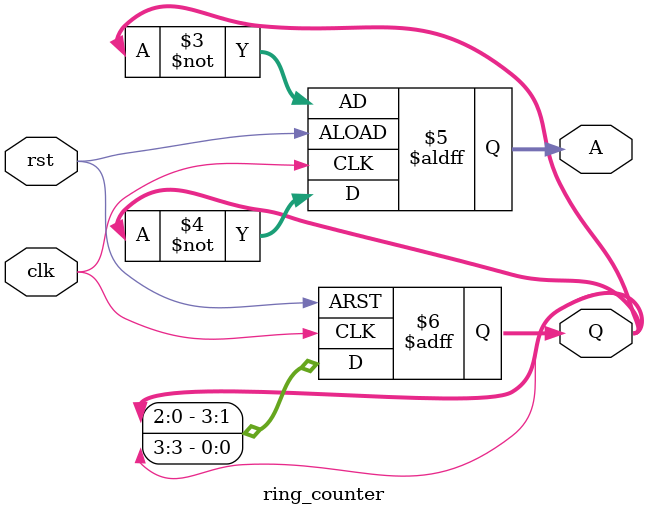
<source format=v>
`timescale 1ns / 1ps

module ring_counter(rst,clk,Q,A);
input rst;
input clk;
output [3:0] Q;
output [3:0] A;
reg [3:0] Q;
reg [3:0] A;
always@(posedge clk or posedge rst)begin
if(rst==1) begin Q<=4'b1000; A<=~Q; end
else begin
    Q[0]<=Q[3];
    Q[3]<=Q[2];
    Q[2]<=Q[1];
    Q[1]<=Q[0];
    A<=~Q;
    end 
end
endmodule

</source>
